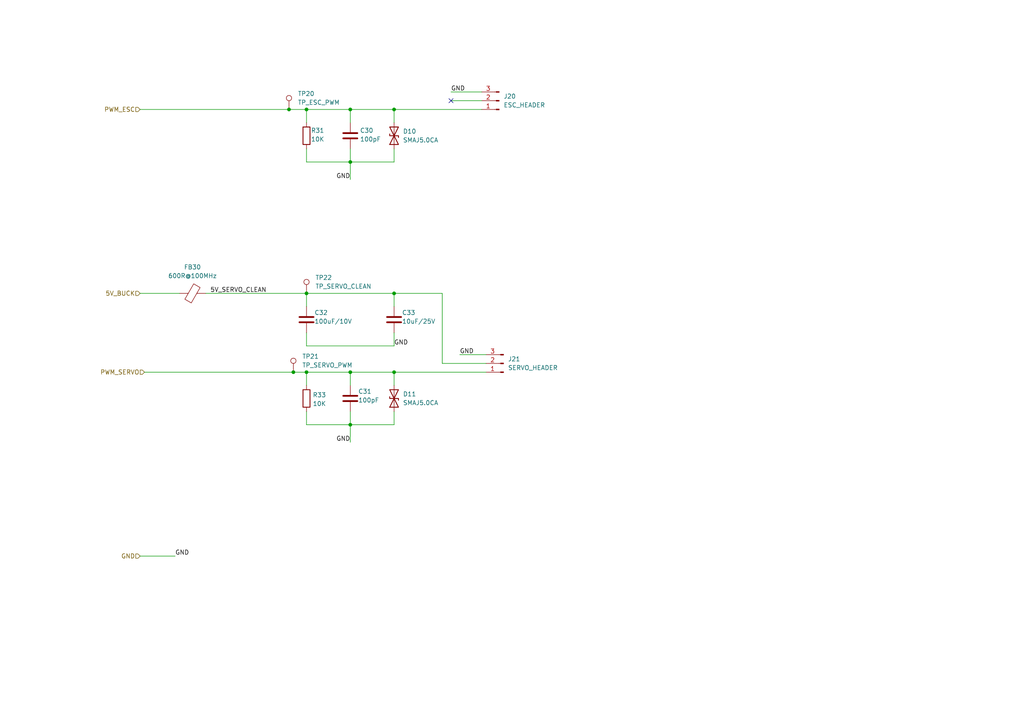
<source format=kicad_sch>
(kicad_sch (version 20250114) (generator "eeschema") (generator_version "9.0")
  (paper "A4")
  (lib_symbols
    (symbol "Connector:Conn_01x03_Pin" (pin_names (offset 1.016) (hide yes))
      (property "Reference" "J" (at 0 5.08 0))
      (property "Value" "Conn_01x03_Pin" (at 0 -5.08 0))
      (symbol "Conn_01x03_Pin_1_1"
        (rectangle (start 0.8636 2.667) (end 0 2.413) (stroke (width 0.1524)) (fill (type outline)))
        (rectangle (start 0.8636 0.127) (end 0 -0.127) (stroke (width 0.1524)) (fill (type outline)))
        (rectangle (start 0.8636 -2.413) (end 0 -2.667) (stroke (width 0.1524)) (fill (type outline)))
        (polyline (pts (xy 1.27 2.54) (xy 0.8636 2.54)) (stroke (width 0.1524)))
        (polyline (pts (xy 1.27 0) (xy 0.8636 0)) (stroke (width 0.1524)))
        (polyline (pts (xy 1.27 -2.54) (xy 0.8636 -2.54)) (stroke (width 0.1524)))
        (pin passive line (at 5.08 2.54 180) (length 3.81) (name "Pin_1") (number "1"))
        (pin passive line (at 5.08 0 180) (length 3.81) (name "Pin_2") (number "2"))
        (pin passive line (at 5.08 -2.54 180) (length 3.81) (name "Pin_3") (number "3"))
      )
    )
    (symbol "Connector:TestPoint" (pin_numbers (hide yes)) (pin_names (offset 0.762) (hide yes))
      (property "Reference" "TP" (at 0 6.858 0))
      (property "Value" "TestPoint" (at 0 5.08 0))
      (symbol "TestPoint_0_1"
        (circle (center 0 3.302) (radius 0.762))
      )
      (symbol "TestPoint_1_1"
        (pin passive line (at 0 0 90) (length 2.54) (name "1") (number "1"))
      )
    )
    (symbol "Device:C" (pin_numbers (hide yes)) (pin_names (offset 0.254))
      (property "Reference" "C" (at 0.635 2.54 0))
      (property "Value" "C" (at 0.635 -2.54 0))
      (symbol "C_0_1"
        (polyline (pts (xy -2.032 0.762) (xy 2.032 0.762)) (stroke (width 0.508)))
        (polyline (pts (xy -2.032 -0.762) (xy 2.032 -0.762)) (stroke (width 0.508)))
      )
      (symbol "C_1_1"
        (pin passive line (at 0 3.81 270) (length 2.794) (name "~") (number "1"))
        (pin passive line (at 0 -3.81 90) (length 2.794) (name "~") (number "2"))
      )
    )
    (symbol "Device:D_TVS" (pin_numbers (hide yes)) (pin_names (offset 1.016) (hide yes))
      (property "Reference" "D" (at 0 2.54 0))
      (property "Value" "D_TVS" (at 0 -2.54 0))
      (symbol "D_TVS_0_1"
        (polyline (pts (xy -2.54 1.27) (xy -2.54 -1.27) (xy 2.54 1.27) (xy 2.54 -1.27) (xy -2.54 1.27)) (stroke (width 0.254)))
        (polyline (pts (xy 0.508 1.27) (xy 0 1.27) (xy 0 -1.27) (xy -0.508 -1.27)) (stroke (width 0.254)))
        (polyline (pts (xy 1.27 0) (xy -1.27 0)))
      )
      (symbol "D_TVS_1_1"
        (pin passive line (at -3.81 0 0) (length 2.54) (name "A1") (number "1"))
        (pin passive line (at 3.81 0 180) (length 2.54) (name "A2") (number "2"))
      )
    )
    (symbol "Device:FerriteBead" (pin_numbers (hide yes)) (pin_names (offset 0))
      (property "Reference" "FB" (at -3.81 0.635 90))
      (property "Value" "FerriteBead" (at 3.81 0 90))
      (symbol "FerriteBead_0_1"
        (polyline (pts (xy -2.7686 0.4064) (xy -1.7018 2.2606) (xy 2.7686 -0.3048) (xy 1.6764 -2.159) (xy -2.7686 0.4064)))
        (polyline (pts (xy 0 1.27) (xy 0 1.2954)))
        (polyline (pts (xy 0 -1.27) (xy 0 -1.2192)))
      )
      (symbol "FerriteBead_1_1"
        (pin passive line (at 0 3.81 270) (length 2.54) (name "~") (number "1"))
        (pin passive line (at 0 -3.81 90) (length 2.54) (name "~") (number "2"))
      )
    )
    (symbol "Device:R" (pin_numbers (hide yes)) (pin_names (offset 0))
      (property "Reference" "R" (at 2.032 0 90))
      (property "Value" "R" (at 0 0 90))
      (symbol "R_0_1"
        (rectangle (start -1.016 -2.54) (end 1.016 2.54) (stroke (width 0.254)))
      )
      (symbol "R_1_1"
        (pin passive line (at 0 3.81 270) (length 1.27) (name "~") (number "1"))
        (pin passive line (at 0 -3.81 90) (length 1.27) (name "~") (number "2"))
      )
    )
  )
  (junction (at 101.6 31.75))
  (junction (at 85.09 107.95))
  (junction (at 114.3 85.09))
  (junction (at 114.3 107.95))
  (junction (at 101.6 46.99))
  (junction (at 88.9 85.09))
  (junction (at 114.3 31.75))
  (junction (at 88.9 107.95))
  (junction (at 101.6 123.19))
  (junction (at 101.6 107.95))
  (junction (at 88.9 31.75))
  (junction (at 83.82 31.75))
  (no_connect (at 130.81 29.21))
  (wire (pts (xy 114.3 100.33) (xy 114.3 96.52)))
  (wire (pts (xy 101.6 31.75) (xy 114.3 31.75)))
  (wire (pts (xy 101.6 31.75) (xy 101.6 35.56)))
  (wire (pts (xy 59.69 85.09) (xy 88.9 85.09)))
  (wire (pts (xy 88.9 123.19) (xy 88.9 119.38)))
  (wire (pts (xy 88.9 107.95) (xy 88.9 111.76)))
  (wire (pts (xy 128.27 85.09) (xy 128.27 105.41)))
  (wire (pts (xy 101.6 107.95) (xy 114.3 107.95)))
  (wire (pts (xy 88.9 85.09) (xy 88.9 88.9)))
  (wire (pts (xy 101.6 119.38) (xy 101.6 123.19)))
  (wire (pts (xy 128.27 85.09) (xy 114.3 85.09)))
  (wire (pts (xy 128.27 105.41) (xy 140.97 105.41)))
  (wire (pts (xy 101.6 31.75) (xy 88.9 31.75)))
  (wire (pts (xy 114.3 119.38) (xy 114.3 123.19)))
  (wire (pts (xy 85.09 107.95) (xy 88.9 107.95)))
  (wire (pts (xy 88.9 96.52) (xy 88.9 100.33)))
  (wire (pts (xy 101.6 46.99) (xy 101.6 52.07)))
  (wire (pts (xy 101.6 46.99) (xy 114.3 46.99)))
  (wire (pts (xy 114.3 107.95) (xy 140.97 107.95)))
  (wire (pts (xy 88.9 107.95) (xy 101.6 107.95)))
  (wire (pts (xy 101.6 43.18) (xy 101.6 46.99)))
  (wire (pts (xy 130.81 26.67) (xy 139.7 26.67)))
  (wire (pts (xy 114.3 31.75) (xy 139.7 31.75)))
  (wire (pts (xy 40.64 31.75) (xy 83.82 31.75)))
  (wire (pts (xy 101.6 123.19) (xy 101.6 128.27)))
  (wire (pts (xy 114.3 85.09) (xy 114.3 88.9)))
  (wire (pts (xy 101.6 123.19) (xy 88.9 123.19)))
  (wire (pts (xy 114.3 43.18) (xy 114.3 46.99)))
  (wire (pts (xy 88.9 31.75) (xy 88.9 35.56)))
  (wire (pts (xy 130.81 29.21) (xy 139.7 29.21)))
  (wire (pts (xy 101.6 46.99) (xy 88.9 46.99)))
  (wire (pts (xy 114.3 31.75) (xy 114.3 35.56)))
  (wire (pts (xy 101.6 123.19) (xy 114.3 123.19)))
  (wire (pts (xy 88.9 85.09) (xy 114.3 85.09)))
  (wire (pts (xy 88.9 46.99) (xy 88.9 43.18)))
  (wire (pts (xy 83.82 31.75) (xy 88.9 31.75)))
  (wire (pts (xy 40.64 85.09) (xy 52.07 85.09)))
  (wire (pts (xy 40.64 161.29) (xy 50.8 161.29)))
  (wire (pts (xy 88.9 100.33) (xy 114.3 100.33)))
  (wire (pts (xy 101.6 107.95) (xy 101.6 111.76)))
  (wire (pts (xy 114.3 107.95) (xy 114.3 111.76)))
  (wire (pts (xy 140.97 102.87) (xy 133.35 102.87)))
  (wire (pts (xy 41.91 107.95) (xy 85.09 107.95)))
  (label "GND" (at 50.8 161.29 0))
  (label "GND" (at 101.6 52.07 180))
  (label "GND" (at 133.35 102.87 0))
  (label "GND" (at 114.3 100.33 0))
  (label "GND" (at 101.6 128.27 180))
  (label "GND" (at 130.81 26.67 0))
  (label "5V_SERVO_CLEAN" (at 60.96 85.09 0))
  (hierarchical_label "PWM_ESC" (shape input) (at 40.64 31.75 180))
  (hierarchical_label "5V_BUCK" (shape input) (at 40.64 85.09 180))
  (hierarchical_label "PWM_SERVO" (shape input) (at 41.91 107.95 180))
  (hierarchical_label "GND" (shape input) (at 40.64 161.29 180))
  (symbol (lib_id "Device:R") (at 88.9 115.57 0) (unit 1)
    (property "Reference" "R33" (at 90.678 114.554 0) (effects (justify left)))
    (property "Value" "10K" (at 90.678 117.094 0) (effects (justify left)))
    (property "Footprint" "Resistor_SMD:R_0603_1608Metric" (effects (hide yes)))
    (property "Description" "Resistor" (effects (hide yes)))
    (property "LCSC" "C15401" (effects (hide yes)))
  )
  (symbol (lib_id "Device:D_TVS") (at 114.3 115.57 90) (unit 1)
    (property "Reference" "D11" (at 116.84 114.2999 90) (effects (justify right)))
    (property "Value" "SMAJ5.0CA" (at 116.84 116.8399 90) (effects (justify right)))
    (property "Footprint" "Diode_SMD:D_SMA" (effects (hide yes)))
    (property "Description" "Bidirectional transient-voltage-suppression diode" (effects (hide yes)))
    (property "LCSC" "C83324" (effects (hide yes)))
  )
  (symbol (lib_id "Device:R") (at 88.9 39.37 0) (unit 1)
    (property "Reference" "R31" (at 90.17 37.846 0) (effects (justify left)))
    (property "Value" "10K" (at 90.17 40.386 0) (effects (justify left)))
    (property "Footprint" "Resistor_SMD:R_0603_1608Metric" (effects (hide yes)))
    (property "Description" "Resistor" (effects (hide yes)))
    (property "LCSC" "C15401" (effects (hide yes)))
  )
  (symbol (lib_id "Connector:TestPoint") (at 83.82 31.75 0) (unit 1) (in_bom no)
    (property "Reference" "TP20" (at 86.36 27.1779 0) (effects (justify left)))
    (property "Value" "TP_ESC_PWM" (at 86.36 29.7179 0) (effects (justify left)))
    (property "Footprint" "TestPoint:TestPoint_Pad_D2.0mm" (effects (hide yes)))
    (property "Description" "test point" (effects (hide yes)))
  )
  (symbol (lib_id "Connector:Conn_01x03_Pin") (at 144.78 29.21 180) (unit 1) (in_bom no)
    (property "Reference" "J20" (at 146.05 27.9399 0) (effects (justify right)))
    (property "Value" "ESC_HEADER" (at 146.05 30.4799 0) (effects (justify right)))
    (property "Footprint" "Connector_PinHeader_2.54mm:PinHeader_1x03_P2.54mm_Vertical" (effects (hide yes)))
    (property "Description" "Quicrun 1060 ESC Connection" (effects (hide yes)))
  )
  (symbol (lib_id "Device:C") (at 114.3 92.71 0) (unit 1)
    (property "Reference" "C33" (at 116.586 90.678 0) (effects (justify left)))
    (property "Value" "10uF/25V" (at 116.586 93.218 0) (effects (justify left)))
    (property "Footprint" "Capacitor_SMD:C_0603_1608Metric" (effects (hide yes)))
    (property "Description" "Unpolarized capacitor" (effects (hide yes)))
    (property "LCSC" "C6119815" (effects (hide yes)))
  )
  (symbol (lib_id "Device:D_TVS") (at 114.3 39.37 90) (unit 1)
    (property "Reference" "D10" (at 116.84 38.0999 90) (effects (justify right)))
    (property "Value" "SMAJ5.0CA" (at 116.84 40.6399 90) (effects (justify right)))
    (property "Footprint" "Diode_SMD:D_SMA" (effects (hide yes)))
    (property "Description" "Bidirectional transient-voltage-suppression diode" (effects (hide yes)))
    (property "LCSC" "C83324" (effects (hide yes)))
  )
  (symbol (lib_id "Device:C") (at 101.6 115.57 0) (unit 1)
    (property "Reference" "C31" (at 103.886 113.538 0) (effects (justify left)))
    (property "Value" "100pF" (at 103.886 116.078 0) (effects (justify left)))
    (property "Footprint" "Capacitor_SMD:C_0603_1608Metric" (effects (hide yes)))
    (property "Description" "Unpolarized capacitor" (effects (hide yes)))
    (property "LCSC" "C14858" (effects (hide yes)))
  )
  (symbol (lib_id "Connector:Conn_01x03_Pin") (at 146.05 105.41 180) (unit 1) (in_bom no)
    (property "Reference" "J21" (at 147.32 104.1399 0) (effects (justify right)))
    (property "Value" "SERVO_HEADER" (at 147.32 106.6799 0) (effects (justify right)))
    (property "Footprint" "Connector_PinHeader_2.54mm:PinHeader_1x03_P2.54mm_Vertical" (effects (hide yes)))
    (property "Description" "Injora 35KG Servo Connection" (effects (hide yes)))
  )
  (symbol (lib_id "Device:C") (at 101.6 39.37 0) (unit 1)
    (property "Reference" "C30" (at 104.394 37.846 0) (effects (justify left)))
    (property "Value" "100pF" (at 104.394 40.386 0) (effects (justify left)))
    (property "Footprint" "Capacitor_SMD:C_0603_1608Metric" (effects (hide yes)))
    (property "Description" "Unpolarized capacitor" (effects (hide yes)))
    (property "LCSC" "C14858" (effects (hide yes)))
  )
  (symbol (lib_id "Device:FerriteBead") (at 55.88 85.09 90) (unit 1)
    (property "Reference" "FB30" (at 55.8292 77.47 90))
    (property "Value" "600R@100MHz" (at 55.8292 80.01 90))
    (property "Footprint" "Inductor_SMD:L_1206_3216Metric" (effects (hide yes)))
    (property "Description" "Ferrite bead" (effects (hide yes)))
    (property "LCSC" "C16902" (effects (hide yes)))
  )
  (symbol (lib_id "Connector:TestPoint") (at 85.09 107.95 0) (unit 1) (in_bom no)
    (property "Reference" "TP21" (at 87.63 103.3779 0) (effects (justify left)))
    (property "Value" "TP_SERVO_PWM" (at 87.63 105.9179 0) (effects (justify left)))
    (property "Footprint" "TestPoint:TestPoint_Pad_D2.0mm" (effects (hide yes)))
    (property "Description" "test point" (effects (hide yes)))
  )
  (symbol (lib_id "Device:C") (at 88.9 92.71 0) (unit 1) (in_bom no)
    (property "Reference" "C32" (at 91.186 90.678 0) (effects (justify left)))
    (property "Value" "100uF/10V" (at 91.186 93.218 0) (effects (justify left)))
    (property "Footprint" "Capacitor_THT:CP_Radial_D5.0mm_P2.00mm" (effects (hide yes)))
    (property "Description" "Unpolarized capacitor" (effects (hide yes)))
    (property "LCSC" "C83646" (effects (hide yes)))
  )
  (symbol (lib_id "Connector:TestPoint") (at 88.9 85.09 0) (unit 1) (in_bom no)
    (property "Reference" "TP22" (at 91.44 80.5179 0) (effects (justify left)))
    (property "Value" "TP_SERVO_CLEAN" (at 91.44 83.0579 0) (effects (justify left)))
    (property "Footprint" "TestPoint:TestPoint_Pad_D2.0mm" (effects (hide yes)))
    (property "Description" "test point" (effects (hide yes)))
  )
)
</source>
